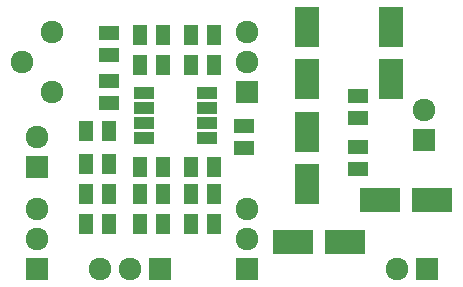
<source format=gts>
%FSLAX46Y46*%
G04 Gerber Fmt 4.6, Leading zero omitted, Abs format (unit mm)*
G04 Created by KiCad (PCBNEW (2014-08-01 BZR 5042)-product) date 02/08/2014 20:04:44*
%MOMM*%
G01*
G04 APERTURE LIST*
%ADD10C,0.100000*%
%ADD11R,1.799540X0.999440*%
%ADD12R,1.797000X1.289000*%
%ADD13R,1.289000X1.797000*%
%ADD14R,1.924000X1.924000*%
%ADD15C,1.924000*%
%ADD16R,2.000200X3.399740*%
%ADD17R,3.399740X2.000200*%
G04 APERTURE END LIST*
D10*
D11*
X119253000Y-92329000D03*
X113919000Y-92329000D03*
X119253000Y-93599000D03*
X119253000Y-94869000D03*
X119253000Y-96139000D03*
X113919000Y-93599000D03*
X113919000Y-94869000D03*
X113919000Y-96139000D03*
D12*
X110998000Y-91249500D03*
X110998000Y-93154500D03*
D13*
X119824500Y-100838000D03*
X117919500Y-100838000D03*
X117919500Y-98552000D03*
X119824500Y-98552000D03*
X117919500Y-103378000D03*
X119824500Y-103378000D03*
X113601500Y-98552000D03*
X115506500Y-98552000D03*
X113601500Y-89916000D03*
X115506500Y-89916000D03*
X119824500Y-87376000D03*
X117919500Y-87376000D03*
X109029500Y-103378000D03*
X110934500Y-103378000D03*
X119824500Y-89916000D03*
X117919500Y-89916000D03*
X115506500Y-103378000D03*
X113601500Y-103378000D03*
D12*
X122428000Y-95059500D03*
X122428000Y-96964500D03*
D13*
X115506500Y-87376000D03*
X113601500Y-87376000D03*
X109029500Y-95504000D03*
X110934500Y-95504000D03*
X113601500Y-100838000D03*
X115506500Y-100838000D03*
D12*
X110998000Y-89090500D03*
X110998000Y-87185500D03*
D13*
X109029500Y-98298000D03*
X110934500Y-98298000D03*
X109029500Y-100838000D03*
X110934500Y-100838000D03*
D12*
X132080000Y-96837500D03*
X132080000Y-98742500D03*
X132080000Y-92519500D03*
X132080000Y-94424500D03*
D14*
X104902000Y-107188000D03*
D15*
X104902000Y-104648000D03*
X104902000Y-102108000D03*
D14*
X115316000Y-107188000D03*
D15*
X112776000Y-107188000D03*
X110236000Y-107188000D03*
D14*
X122682000Y-92202000D03*
D15*
X122682000Y-89662000D03*
X122682000Y-87122000D03*
D14*
X122682000Y-107188000D03*
D15*
X122682000Y-104648000D03*
X122682000Y-102108000D03*
D14*
X137922000Y-107188000D03*
D15*
X135382000Y-107188000D03*
D14*
X137668000Y-96266000D03*
D15*
X137668000Y-93726000D03*
D14*
X104902000Y-98552000D03*
D15*
X104902000Y-96012000D03*
D16*
X134874000Y-91099640D03*
X134874000Y-86700360D03*
D17*
X133944360Y-101346000D03*
X138343640Y-101346000D03*
D16*
X127762000Y-99989640D03*
X127762000Y-95590360D03*
D17*
X126578360Y-104902000D03*
X130977640Y-104902000D03*
D16*
X127762000Y-91099640D03*
X127762000Y-86700360D03*
D15*
X106172000Y-92202000D03*
X103632000Y-89662000D03*
X106172000Y-87122000D03*
M02*

</source>
